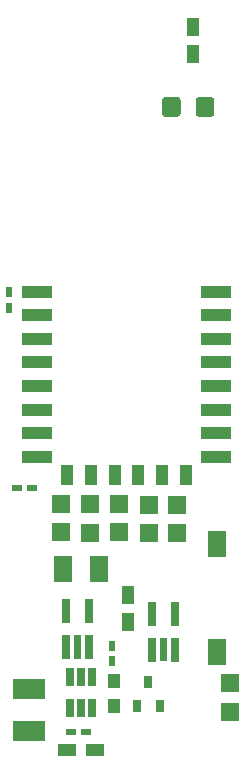
<source format=gbr>
G04 #@! TF.GenerationSoftware,KiCad,Pcbnew,(5.1.9)-1*
G04 #@! TF.CreationDate,2021-03-01T14:13:03+01:00*
G04 #@! TF.ProjectId,button v2_1 - AA [TPL5110],62757474-6f6e-4207-9632-5f31202d2041,rev?*
G04 #@! TF.SameCoordinates,Original*
G04 #@! TF.FileFunction,Paste,Top*
G04 #@! TF.FilePolarity,Positive*
%FSLAX46Y46*%
G04 Gerber Fmt 4.6, Leading zero omitted, Abs format (unit mm)*
G04 Created by KiCad (PCBNEW (5.1.9)-1) date 2021-03-01 14:13:03*
%MOMM*%
%LPD*%
G01*
G04 APERTURE LIST*
%ADD10R,0.650000X2.000000*%
%ADD11C,0.100000*%
%ADD12R,1.650000X2.250000*%
%ADD13R,1.000000X1.200000*%
%ADD14R,0.800000X1.000000*%
%ADD15R,0.650000X1.500000*%
%ADD16R,1.100000X1.500000*%
%ADD17R,0.620000X0.900000*%
%ADD18R,0.900000X0.620000*%
%ADD19R,2.794000X1.778000*%
%ADD20R,1.500000X1.100000*%
%ADD21R,1.500000X1.500000*%
%ADD22R,2.500000X1.000000*%
%ADD23R,1.000000X1.800000*%
%ADD24R,1.600000X2.180000*%
G04 APERTURE END LIST*
D10*
G04 #@! TO.C,PS1*
X122150000Y-98500000D03*
X124050000Y-98500000D03*
X124050000Y-101550000D03*
D11*
G36*
X123425000Y-102550000D02*
G01*
X122775000Y-102550000D01*
X122775000Y-100550000D01*
X123425000Y-100550000D01*
X123425000Y-102550000D01*
G37*
D10*
X122150000Y-101550000D03*
G04 #@! TD*
D12*
G04 #@! TO.C,C4*
X121850000Y-94900000D03*
X124950000Y-94900000D03*
G04 #@! TD*
D13*
G04 #@! TO.C,R8*
X126200000Y-104400000D03*
X126200000Y-106500000D03*
G04 #@! TD*
D14*
G04 #@! TO.C,U3*
X129100000Y-104450000D03*
X130050000Y-106550000D03*
X128150000Y-106550000D03*
G04 #@! TD*
D15*
G04 #@! TO.C,U1*
X123400000Y-104100000D03*
X122450000Y-104100000D03*
X124350000Y-104100000D03*
X124350000Y-106700000D03*
X123400000Y-106700000D03*
X122450000Y-106700000D03*
G04 #@! TD*
D16*
G04 #@! TO.C,R6*
X132900000Y-51350000D03*
X132900000Y-49050000D03*
G04 #@! TD*
D17*
G04 #@! TO.C,C7*
X126000000Y-101450000D03*
X126000000Y-102750000D03*
G04 #@! TD*
D18*
G04 #@! TO.C,C6*
X123850000Y-108700000D03*
X122550000Y-108700000D03*
G04 #@! TD*
D19*
G04 #@! TO.C,L1*
X118960000Y-108658000D03*
X118960000Y-105102000D03*
G04 #@! TD*
G04 #@! TO.C,D1*
G36*
G01*
X131850000Y-55225000D02*
X131850000Y-56375000D01*
G75*
G02*
X131600000Y-56625000I-250000J0D01*
G01*
X130500000Y-56625000D01*
G75*
G02*
X130250000Y-56375000I0J250000D01*
G01*
X130250000Y-55225000D01*
G75*
G02*
X130500000Y-54975000I250000J0D01*
G01*
X131600000Y-54975000D01*
G75*
G02*
X131850000Y-55225000I0J-250000D01*
G01*
G37*
G36*
G01*
X134700000Y-55225000D02*
X134700000Y-56375000D01*
G75*
G02*
X134450000Y-56625000I-250000J0D01*
G01*
X133350000Y-56625000D01*
G75*
G02*
X133100000Y-56375000I0J250000D01*
G01*
X133100000Y-55225000D01*
G75*
G02*
X133350000Y-54975000I250000J0D01*
G01*
X134450000Y-54975000D01*
G75*
G02*
X134700000Y-55225000I0J-250000D01*
G01*
G37*
G04 #@! TD*
D10*
G04 #@! TO.C,U2*
X129450000Y-98700000D03*
X131350000Y-98700000D03*
X131350000Y-101750000D03*
D11*
G36*
X130725000Y-102750000D02*
G01*
X130075000Y-102750000D01*
X130075000Y-100750000D01*
X130725000Y-100750000D01*
X130725000Y-102750000D01*
G37*
D10*
X129450000Y-101750000D03*
G04 #@! TD*
D16*
G04 #@! TO.C,C3*
X127400000Y-99450000D03*
X127400000Y-97150000D03*
G04 #@! TD*
D20*
G04 #@! TO.C,C1*
X124550000Y-110250000D03*
X122250000Y-110250000D03*
G04 #@! TD*
D21*
G04 #@! TO.C,R3*
X124180000Y-89450000D03*
X124180000Y-91850000D03*
G04 #@! TD*
G04 #@! TO.C,R1*
X121730000Y-89390000D03*
X121730000Y-91790000D03*
G04 #@! TD*
G04 #@! TO.C,R7*
X135990000Y-104590000D03*
X135990000Y-106990000D03*
G04 #@! TD*
G04 #@! TO.C,R5*
X131500000Y-89500000D03*
X131500000Y-91900000D03*
G04 #@! TD*
G04 #@! TO.C,R4*
X126650000Y-89425000D03*
X126650000Y-91825000D03*
G04 #@! TD*
G04 #@! TO.C,R2*
X129200000Y-89500000D03*
X129200000Y-91900000D03*
G04 #@! TD*
D17*
G04 #@! TO.C,C2*
X117348000Y-71486000D03*
X117348000Y-72786000D03*
G04 #@! TD*
D22*
G04 #@! TO.C,X1*
X134854000Y-71430000D03*
X134854000Y-73430000D03*
X134854000Y-75430000D03*
X134854000Y-77430000D03*
X134854000Y-79430000D03*
X134854000Y-81430000D03*
X134854000Y-83430000D03*
X134854000Y-85430000D03*
D23*
X132254000Y-86930000D03*
X130254000Y-86930000D03*
X128254000Y-86930000D03*
X126254000Y-86930000D03*
X124254000Y-86930000D03*
X122254000Y-86930000D03*
D22*
X119654000Y-85430000D03*
X119654000Y-83430000D03*
X119654000Y-81430000D03*
X119654000Y-79430000D03*
X119654000Y-77430000D03*
X119654000Y-75430000D03*
X119654000Y-73430000D03*
X119654000Y-71430000D03*
G04 #@! TD*
D18*
G04 #@! TO.C,C5*
X117975000Y-88025000D03*
X119275000Y-88025000D03*
G04 #@! TD*
D24*
G04 #@! TO.C,SW2*
X134890000Y-92800000D03*
X134890000Y-101980000D03*
G04 #@! TD*
M02*

</source>
